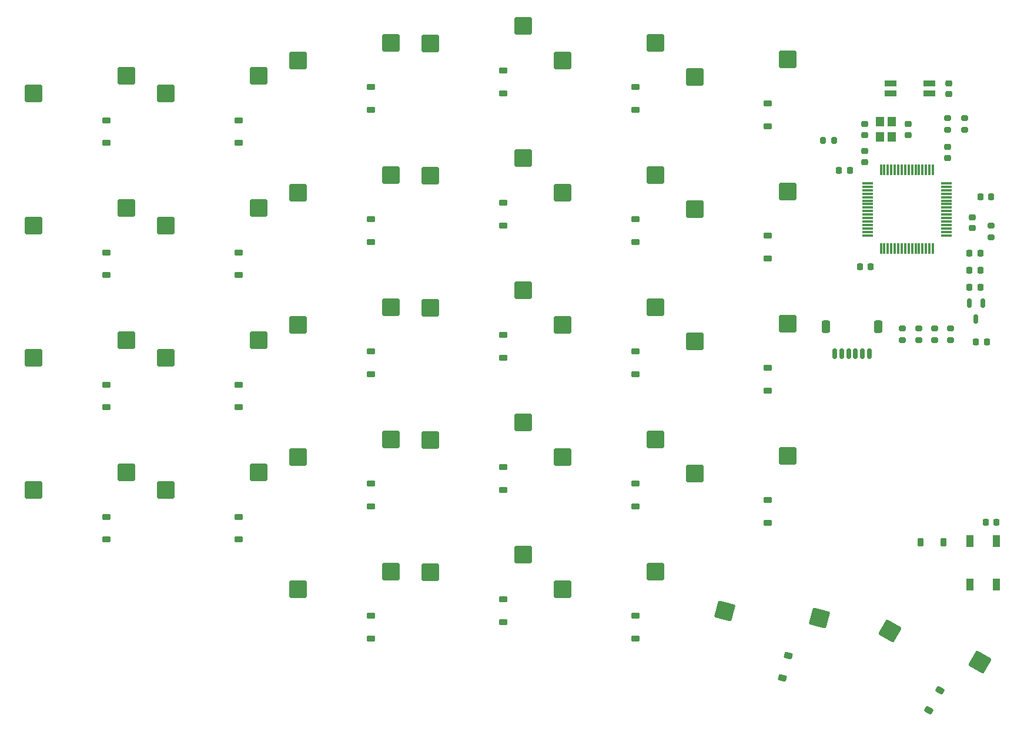
<source format=gbr>
%TF.GenerationSoftware,KiCad,Pcbnew,8.0.4*%
%TF.CreationDate,2024-08-15T14:36:39+02:00*%
%TF.ProjectId,pcb-left,7063622d-6c65-4667-942e-6b696361645f,rev?*%
%TF.SameCoordinates,Original*%
%TF.FileFunction,Paste,Bot*%
%TF.FilePolarity,Positive*%
%FSLAX46Y46*%
G04 Gerber Fmt 4.6, Leading zero omitted, Abs format (unit mm)*
G04 Created by KiCad (PCBNEW 8.0.4) date 2024-08-15 14:36:39*
%MOMM*%
%LPD*%
G01*
G04 APERTURE LIST*
G04 Aperture macros list*
%AMRoundRect*
0 Rectangle with rounded corners*
0 $1 Rounding radius*
0 $2 $3 $4 $5 $6 $7 $8 $9 X,Y pos of 4 corners*
0 Add a 4 corners polygon primitive as box body*
4,1,4,$2,$3,$4,$5,$6,$7,$8,$9,$2,$3,0*
0 Add four circle primitives for the rounded corners*
1,1,$1+$1,$2,$3*
1,1,$1+$1,$4,$5*
1,1,$1+$1,$6,$7*
1,1,$1+$1,$8,$9*
0 Add four rect primitives between the rounded corners*
20,1,$1+$1,$2,$3,$4,$5,0*
20,1,$1+$1,$4,$5,$6,$7,0*
20,1,$1+$1,$6,$7,$8,$9,0*
20,1,$1+$1,$8,$9,$2,$3,0*%
G04 Aperture macros list end*
%ADD10R,1.700000X0.820000*%
%ADD11RoundRect,0.225000X0.375000X-0.225000X0.375000X0.225000X-0.375000X0.225000X-0.375000X-0.225000X0*%
%ADD12RoundRect,0.250000X1.025000X1.000000X-1.025000X1.000000X-1.025000X-1.000000X1.025000X-1.000000X0*%
%ADD13R,1.200000X1.400000*%
%ADD14RoundRect,0.225000X-0.250000X0.225000X-0.250000X-0.225000X0.250000X-0.225000X0.250000X0.225000X0*%
%ADD15RoundRect,0.200000X0.275000X-0.200000X0.275000X0.200000X-0.275000X0.200000X-0.275000X-0.200000X0*%
%ADD16RoundRect,0.075000X-0.075000X0.700000X-0.075000X-0.700000X0.075000X-0.700000X0.075000X0.700000X0*%
%ADD17RoundRect,0.075000X-0.700000X0.075000X-0.700000X-0.075000X0.700000X-0.075000X0.700000X0.075000X0*%
%ADD18RoundRect,0.225000X0.225000X0.250000X-0.225000X0.250000X-0.225000X-0.250000X0.225000X-0.250000X0*%
%ADD19RoundRect,0.200000X-0.275000X0.200000X-0.275000X-0.200000X0.275000X-0.200000X0.275000X0.200000X0*%
%ADD20RoundRect,0.225000X-0.225000X-0.250000X0.225000X-0.250000X0.225000X0.250000X-0.225000X0.250000X0*%
%ADD21R,1.000000X1.700000*%
%ADD22RoundRect,0.225000X0.212260X-0.382356X0.437260X0.007356X-0.212260X0.382356X-0.437260X-0.007356X0*%
%ADD23RoundRect,0.225000X0.250000X-0.225000X0.250000X0.225000X-0.250000X0.225000X-0.250000X-0.225000X0*%
%ADD24RoundRect,0.250000X1.248893X0.700636X-0.731255X1.231215X-1.248893X-0.700636X0.731255X-1.231215X0*%
%ADD25RoundRect,0.225000X-0.225000X-0.375000X0.225000X-0.375000X0.225000X0.375000X-0.225000X0.375000X0*%
%ADD26RoundRect,0.200000X0.200000X0.275000X-0.200000X0.275000X-0.200000X-0.275000X0.200000X-0.275000X0*%
%ADD27RoundRect,0.225000X0.303988X-0.314390X0.420456X0.120276X-0.303988X0.314390X-0.420456X-0.120276X0*%
%ADD28RoundRect,0.150000X-0.150000X0.512500X-0.150000X-0.512500X0.150000X-0.512500X0.150000X0.512500X0*%
%ADD29RoundRect,0.250000X1.387676X0.353525X-0.387676X1.378525X-1.387676X-0.353525X0.387676X-1.378525X0*%
%ADD30RoundRect,0.150000X-0.150000X-0.625000X0.150000X-0.625000X0.150000X0.625000X-0.150000X0.625000X0*%
%ADD31RoundRect,0.250000X-0.350000X-0.650000X0.350000X-0.650000X0.350000X0.650000X-0.350000X0.650000X0*%
G04 APERTURE END LIST*
D10*
%TO.C,D31*%
X159800000Y-42750000D03*
X159800000Y-41250000D03*
X154200000Y-41250000D03*
X154200000Y-42750000D03*
%TD*%
D11*
%TO.C,D17*%
X117474999Y-83206250D03*
X117474999Y-79906250D03*
%TD*%
D12*
%TO.C,MX7*%
X30740000Y-61753750D03*
X44190000Y-59213750D03*
%TD*%
D13*
%TO.C,Y1*%
X154425000Y-46818750D03*
X154425000Y-49018750D03*
X152725000Y-49018750D03*
X152725000Y-46818750D03*
%TD*%
D11*
%TO.C,D1*%
X41274999Y-49868750D03*
X41274999Y-46568750D03*
%TD*%
D14*
%TO.C,C3*%
X162475000Y-50443750D03*
X162475000Y-51993750D03*
%TD*%
D12*
%TO.C,MX3*%
X68840000Y-37941250D03*
X82290000Y-35401250D03*
%TD*%
%TO.C,MX11*%
X106940000Y-56991250D03*
X120390000Y-54451250D03*
%TD*%
D15*
%TO.C,R8*%
X162875000Y-78243750D03*
X162875000Y-76593750D03*
%TD*%
D12*
%TO.C,MX1*%
X30740000Y-42703750D03*
X44190000Y-40163750D03*
%TD*%
D11*
%TO.C,D27*%
X117474999Y-121306250D03*
X117474999Y-118006250D03*
%TD*%
D12*
%TO.C,MX16*%
X87890000Y-73660000D03*
X101340000Y-71120000D03*
%TD*%
D11*
%TO.C,D3*%
X79374999Y-45106250D03*
X79374999Y-41806250D03*
%TD*%
%TO.C,D15*%
X79374999Y-83206250D03*
X79374999Y-79906250D03*
%TD*%
D16*
%TO.C,U2*%
X152825000Y-53743750D03*
X153325000Y-53743750D03*
X153825000Y-53743750D03*
X154325000Y-53743750D03*
X154825000Y-53743750D03*
X155325000Y-53743750D03*
X155825000Y-53743750D03*
X156325000Y-53743750D03*
X156825000Y-53743750D03*
X157325000Y-53743750D03*
X157825000Y-53743750D03*
X158325000Y-53743750D03*
X158825000Y-53743750D03*
X159325000Y-53743750D03*
X159825000Y-53743750D03*
X160325000Y-53743750D03*
D17*
X162250000Y-55668750D03*
X162250000Y-56168750D03*
X162250000Y-56668750D03*
X162250000Y-57168750D03*
X162250000Y-57668750D03*
X162250000Y-58168750D03*
X162250000Y-58668750D03*
X162250000Y-59168750D03*
X162250000Y-59668750D03*
X162250000Y-60168750D03*
X162250000Y-60668750D03*
X162250000Y-61168750D03*
X162250000Y-61668750D03*
X162250000Y-62168750D03*
X162250000Y-62668750D03*
X162250000Y-63168750D03*
D16*
X160325000Y-65093750D03*
X159825000Y-65093750D03*
X159325000Y-65093750D03*
X158825000Y-65093750D03*
X158325000Y-65093750D03*
X157825000Y-65093750D03*
X157325000Y-65093750D03*
X156825000Y-65093750D03*
X156325000Y-65093750D03*
X155825000Y-65093750D03*
X155325000Y-65093750D03*
X154825000Y-65093750D03*
X154325000Y-65093750D03*
X153825000Y-65093750D03*
X153325000Y-65093750D03*
X152825000Y-65093750D03*
D17*
X150900000Y-63168750D03*
X150900000Y-62668750D03*
X150900000Y-62168750D03*
X150900000Y-61668750D03*
X150900000Y-61168750D03*
X150900000Y-60668750D03*
X150900000Y-60168750D03*
X150900000Y-59668750D03*
X150900000Y-59168750D03*
X150900000Y-58668750D03*
X150900000Y-58168750D03*
X150900000Y-57668750D03*
X150900000Y-57168750D03*
X150900000Y-56668750D03*
X150900000Y-56168750D03*
X150900000Y-55668750D03*
%TD*%
D18*
%TO.C,C8*%
X169450000Y-104518750D03*
X167900000Y-104518750D03*
%TD*%
D12*
%TO.C,MX14*%
X49790000Y-80803750D03*
X63240000Y-78263750D03*
%TD*%
D15*
%TO.C,R3*%
X158275000Y-78243750D03*
X158275000Y-76593750D03*
%TD*%
D11*
%TO.C,D10*%
X98424999Y-61775000D03*
X98424999Y-58475000D03*
%TD*%
D12*
%TO.C,MX9*%
X68840000Y-56991250D03*
X82290000Y-54451250D03*
%TD*%
D11*
%TO.C,D22*%
X98424999Y-99875000D03*
X98424999Y-96575000D03*
%TD*%
D15*
%TO.C,R10*%
X162475000Y-47943750D03*
X162475000Y-46293750D03*
%TD*%
D12*
%TO.C,MX24*%
X125990000Y-97472500D03*
X139440000Y-94932500D03*
%TD*%
D19*
%TO.C,R2*%
X168675000Y-61793750D03*
X168675000Y-63443750D03*
%TD*%
D11*
%TO.C,D14*%
X60324999Y-87968750D03*
X60324999Y-84668750D03*
%TD*%
%TO.C,D20*%
X60324999Y-107018750D03*
X60324999Y-103718750D03*
%TD*%
D12*
%TO.C,MX22*%
X87890000Y-92710000D03*
X101340000Y-90170000D03*
%TD*%
%TO.C,MX21*%
X68840000Y-95091250D03*
X82290000Y-92551250D03*
%TD*%
D11*
%TO.C,D11*%
X117474999Y-64156250D03*
X117474999Y-60856250D03*
%TD*%
D20*
%TO.C,C7*%
X167175000Y-57618750D03*
X168725000Y-57618750D03*
%TD*%
D12*
%TO.C,MX13*%
X30740000Y-80803750D03*
X44190000Y-78263750D03*
%TD*%
D11*
%TO.C,D5*%
X117474999Y-45106250D03*
X117474999Y-41806250D03*
%TD*%
D12*
%TO.C,MX15*%
X68840000Y-76041250D03*
X82290000Y-73501250D03*
%TD*%
D11*
%TO.C,D12*%
X136524999Y-66537500D03*
X136524999Y-63237500D03*
%TD*%
D12*
%TO.C,MX19*%
X30740000Y-99853750D03*
X44190000Y-97313750D03*
%TD*%
D11*
%TO.C,D9*%
X79374999Y-64156250D03*
X79374999Y-60856250D03*
%TD*%
D12*
%TO.C,MX17*%
X106940000Y-76041250D03*
X120390000Y-73501250D03*
%TD*%
D15*
%TO.C,R5*%
X155875000Y-78243750D03*
X155875000Y-76593750D03*
%TD*%
D14*
%TO.C,C12*%
X150475000Y-47143750D03*
X150475000Y-48693750D03*
%TD*%
D11*
%TO.C,D18*%
X136524999Y-85587500D03*
X136524999Y-82287500D03*
%TD*%
D18*
%TO.C,C6*%
X151350000Y-67718750D03*
X149800000Y-67718750D03*
%TD*%
D21*
%TO.C,SW1*%
X165675000Y-107218750D03*
X165675000Y-113518750D03*
X169475000Y-107218750D03*
X169475000Y-113518750D03*
%TD*%
D12*
%TO.C,MX4*%
X87890000Y-35560000D03*
X101340000Y-33020000D03*
%TD*%
D11*
%TO.C,D7*%
X41274999Y-68918750D03*
X41274999Y-65618750D03*
%TD*%
D22*
%TO.C,D29*%
X159718294Y-131628151D03*
X161368294Y-128770267D03*
%TD*%
D18*
%TO.C,C2*%
X167150000Y-65718750D03*
X165600000Y-65718750D03*
%TD*%
D12*
%TO.C,MX20*%
X49790000Y-99853750D03*
X63240000Y-97313750D03*
%TD*%
D11*
%TO.C,D25*%
X79374999Y-121306250D03*
X79374999Y-118006250D03*
%TD*%
D12*
%TO.C,MX27*%
X106940000Y-114141250D03*
X120390000Y-111601250D03*
%TD*%
%TO.C,MX10*%
X87890000Y-54610000D03*
X101340000Y-52070000D03*
%TD*%
D23*
%TO.C,C11*%
X165975000Y-62093750D03*
X165975000Y-60543750D03*
%TD*%
D11*
%TO.C,D16*%
X98424999Y-80825000D03*
X98424999Y-77525000D03*
%TD*%
D12*
%TO.C,MX26*%
X87890000Y-111760000D03*
X101340000Y-109220000D03*
%TD*%
D11*
%TO.C,D4*%
X98424999Y-42725000D03*
X98424999Y-39425000D03*
%TD*%
D12*
%TO.C,MX18*%
X125990000Y-78422500D03*
X139440000Y-75882500D03*
%TD*%
%TO.C,MX12*%
X125990000Y-59372500D03*
X139440000Y-56832500D03*
%TD*%
D14*
%TO.C,C4*%
X150475000Y-51043750D03*
X150475000Y-52593750D03*
%TD*%
D18*
%TO.C,C1*%
X167150000Y-68218750D03*
X165600000Y-68218750D03*
%TD*%
%TO.C,C5*%
X148350000Y-53818750D03*
X146800000Y-53818750D03*
%TD*%
D24*
%TO.C,MX28*%
X130305039Y-117300417D03*
X143954142Y-118328082D03*
%TD*%
D23*
%TO.C,C13*%
X162575000Y-42793750D03*
X162575000Y-41243750D03*
%TD*%
D25*
%TO.C,D30*%
X158525000Y-107418750D03*
X161825000Y-107418750D03*
%TD*%
D18*
%TO.C,C10*%
X167150000Y-70668750D03*
X165600000Y-70668750D03*
%TD*%
D11*
%TO.C,D26*%
X98424999Y-118925000D03*
X98424999Y-115625000D03*
%TD*%
D12*
%TO.C,MX25*%
X68840000Y-114141250D03*
X82290000Y-111601250D03*
%TD*%
D26*
%TO.C,R1*%
X146100000Y-49518750D03*
X144450000Y-49518750D03*
%TD*%
D11*
%TO.C,D21*%
X79374999Y-102256250D03*
X79374999Y-98956250D03*
%TD*%
D12*
%TO.C,MX6*%
X125990000Y-40322500D03*
X139440000Y-37782500D03*
%TD*%
D11*
%TO.C,D23*%
X117474999Y-102256250D03*
X117474999Y-98956250D03*
%TD*%
%TO.C,D8*%
X60324999Y-68918750D03*
X60324999Y-65618750D03*
%TD*%
D12*
%TO.C,MX23*%
X106940000Y-95091250D03*
X120390000Y-92551250D03*
%TD*%
D27*
%TO.C,D28*%
X138626630Y-126947934D03*
X139480730Y-123760378D03*
%TD*%
D28*
%TO.C,U1*%
X165575000Y-72918750D03*
X167475000Y-72918750D03*
X166525000Y-75193750D03*
%TD*%
D12*
%TO.C,MX8*%
X49790000Y-61753750D03*
X63240000Y-59213750D03*
%TD*%
D19*
%TO.C,R7*%
X164875000Y-46293750D03*
X164875000Y-47943750D03*
%TD*%
D11*
%TO.C,D19*%
X41274999Y-107018750D03*
X41274999Y-103718750D03*
%TD*%
D29*
%TO.C,MX29*%
X154177217Y-120155579D03*
X167095259Y-124680875D03*
%TD*%
D30*
%TO.C,J3*%
X146175000Y-80218750D03*
X147175000Y-80218750D03*
X148175000Y-80218750D03*
X149175000Y-80218750D03*
X150175000Y-80218750D03*
X151175000Y-80218750D03*
D31*
X144875000Y-76343750D03*
X152475000Y-76343750D03*
%TD*%
D11*
%TO.C,D13*%
X41274999Y-87968750D03*
X41274999Y-84668750D03*
%TD*%
D23*
%TO.C,C14*%
X156775000Y-48693750D03*
X156775000Y-47143750D03*
%TD*%
D12*
%TO.C,MX2*%
X49790000Y-42703750D03*
X63240000Y-40163750D03*
%TD*%
D11*
%TO.C,D2*%
X60324999Y-49868750D03*
X60324999Y-46568750D03*
%TD*%
D20*
%TO.C,C9*%
X166525000Y-78518750D03*
X168075000Y-78518750D03*
%TD*%
D11*
%TO.C,D6*%
X136524999Y-47487500D03*
X136524999Y-44187500D03*
%TD*%
D12*
%TO.C,MX5*%
X106940000Y-37941250D03*
X120390000Y-35401250D03*
%TD*%
D11*
%TO.C,D24*%
X136524999Y-104637500D03*
X136524999Y-101337500D03*
%TD*%
D19*
%TO.C,R9*%
X160575000Y-76593750D03*
X160575000Y-78243750D03*
%TD*%
M02*

</source>
